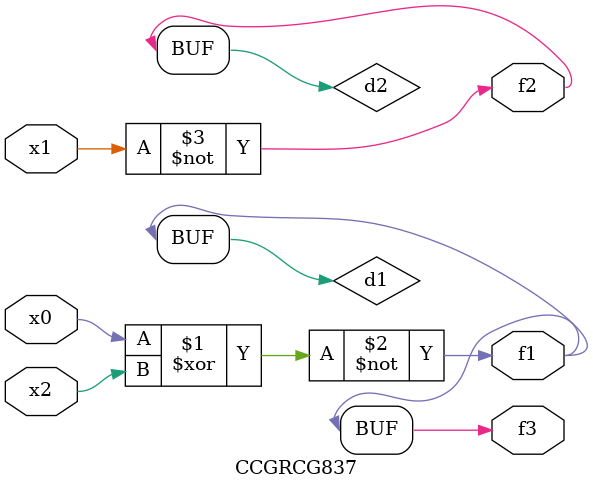
<source format=v>
module CCGRCG837(
	input x0, x1, x2,
	output f1, f2, f3
);

	wire d1, d2, d3;

	xnor (d1, x0, x2);
	nand (d2, x1);
	nor (d3, x1, x2);
	assign f1 = d1;
	assign f2 = d2;
	assign f3 = d1;
endmodule

</source>
